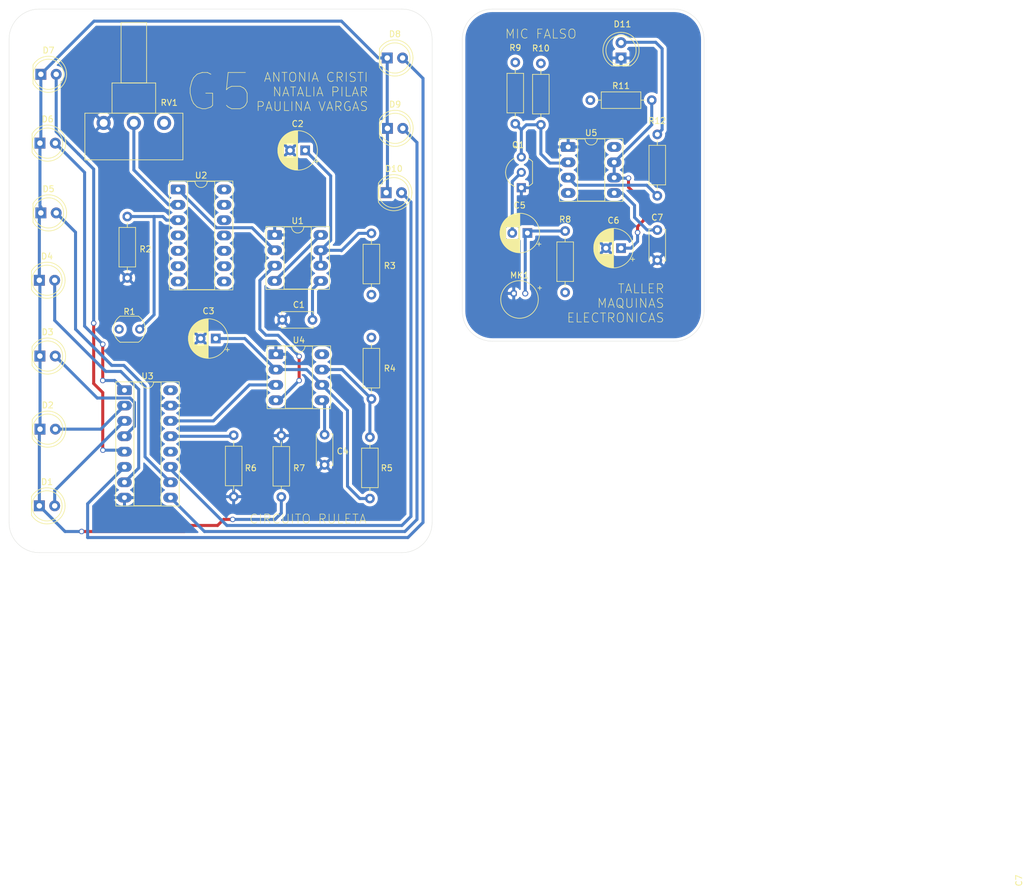
<source format=kicad_pcb>
(kicad_pcb (version 20241229) (generator "pcbnew") (generator_version "9.0")
  (layers (0 "F.Cu" signal) (2 "B.Cu" signal) (13 "F.Paste" user) (15 "B.Paste" user) (5 "F.SilkS" user "F.Silkscreen") (7 "B.SilkS" user "B.Silkscreen") (1 "F.Mask" user) (3 "B.Mask" user) (25 "Edge.Cuts" user))
  (net 0 "")
  (net 1 "Net-(U1-CV)")
  (net 2 "GND")
  (net 3 "Net-(U1-DIS)")
  (net 4 "Net-(U4-THR)")
  (net 5 "Net-(U4-CV)")
  (net 6 "Net-(MK1-+)")
  (net 7 "Net-(Q1-B)")
  (net 8 "Net-(U5-DIS)")
  (net 9 "Net-(U5-CV)")
  (net 10 "Net-(D2-A)")
  (net 11 "Net-(D1-A)")
  (net 12 "Net-(D3-A)")
  (net 13 "Net-(D4-A)")
  (net 14 "Net-(D5-A)")
  (net 15 "Net-(D6-A)")
  (net 16 "Net-(D7-A)")
  (net 17 "Net-(D8-A)")
  (net 18 "Net-(D9-A)")
  (net 19 "Net-(D10-A)")
  (net 20 "Net-(D11-A)")
  (net 21 "Net-(D1-K)")
  (net 22 "Net-(Q1-C)")
  (net 23 "Net-(U2A-+)")
  (net 24 "+9V")
  (net 25 "Net-(U1-TR)")
  (net 26 "Net-(U4-DIS)")
  (net 27 "Net-(U3-CKEN)")
  (net 28 "Net-(U5-Q)")
  (net 29 "Net-(U1-Q)")
  (net 30 "Net-(U2A--)")
  (net 32 "Net-(U3-CLK)")
  (footprint "LED_THT:LED_D5.0mm" (layer "F.Cu") (at 22.51 72.9)
    (property "Reference" "D4" (at 1.27 -3.96 0) (layer "F.SilkS"))
    (property "Value" "LED")
    (pad "1" thru_hole rect (at 0 0) (size 1.8 1.8) (drill 0.9) (layers "*.Cu" "*.Mask") (net 21 "Net-(D1-K)"))
    (pad "2" thru_hole circle (at 2.54 0) (size 1.8 1.8) (drill 0.9) (layers "*.Cu" "*.Mask") (net 13 "Net-(D4-A)"))
  )
  (footprint "Resistor_THT:R_Axial_DIN0207_L6.3mm_D2.5mm_P10.16mm_Horizontal" (layer "F.Cu") (at 77.45762 82.38 -90)
    (property "Reference" "R4" (at 5.12 -3.04238 180) (layer "F.SilkS"))
    (property "Value" "10k")
    (pad "1" thru_hole circle (at 0 0 270) (size 1.6 1.6) (drill 0.8) (layers "*.Cu" "*.Mask") (net 24 "+9V"))
    (pad "2" thru_hole oval (at 10.16 0 270) (size 1.6 1.6) (drill 0.8) (layers "*.Cu" "*.Mask") (net 26 "Net-(U4-DIS)"))
  )
  (footprint "Resistor_THT:R_Axial_DIN0207_L6.3mm_D2.5mm_P10.16mm_Horizontal" (layer "F.Cu") (at 101.264733 36.832233 -90)
    (property "Reference" "R9" (at -2.42 0 180) (layer "F.SilkS"))
    (property "Value" "1k")
    (pad "1" thru_hole circle (at 0 0 270) (size 1.6 1.6) (drill 0.8) (layers "*.Cu" "*.Mask") (net 24 "+9V"))
    (pad "2" thru_hole oval (at 10.16 0 270) (size 1.6 1.6) (drill 0.8) (layers "*.Cu" "*.Mask") (net 22 "Net-(Q1-C)"))
  )
  (footprint "Package_DIP:DIP-8_W7.62mm_Socket_LongPads" (layer "F.Cu") (at 61.64762 85.15)
    (property "Reference" "U4" (at 3.81 -2.33 0) (layer "F.SilkS"))
    (property "Value" "555")
    (pad "1" thru_hole roundrect (at 0 0) (size 2.4 1.6) (drill 0.8) (layers "*.Cu" "*.Mask") (roundrect_rratio 0.15625) (net 2 "GND"))
    (pad "2" thru_hole oval (at 0 2.54) (size 2.4 1.6) (drill 0.8) (layers "*.Cu" "*.Mask") (net 4 "Net-(U4-THR)"))
    (pad "3" thru_hole oval (at 0 5.08) (size 2.4 1.6) (drill 0.8) (layers "*.Cu" "*.Mask") (net 32 "Net-(U3-CLK)"))
    (pad "4" thru_hole oval (at 0 7.62) (size 2.4 1.6) (drill 0.8) (layers "*.Cu" "*.Mask") (net 29 "Net-(U1-Q)"))
    (pad "5" thru_hole oval (at 7.62 7.62) (size 2.4 1.6) (drill 0.8) (layers "*.Cu" "*.Mask") (net 5 "Net-(U4-CV)"))
    (pad "6" thru_hole oval (at 7.62 5.08) (size 2.4 1.6) (drill 0.8) (layers "*.Cu" "*.Mask") (net 4 "Net-(U4-THR)"))
    (pad "7" thru_hole oval (at 7.62 2.54) (size 2.4 1.6) (drill 0.8) (layers "*.Cu" "*.Mask") (net 26 "Net-(U4-DIS)"))
    (pad "8" thru_hole oval (at 7.62 0) (size 2.4 1.6) (drill 0.8) (layers "*.Cu" "*.Mask") (net 24 "+9V"))
  )
  (footprint "OptoDevice:R_LDR_5.1x4.3mm_P3.4mm_Vertical" (layer "F.Cu") (at 35.71762 81)
    (property "Reference" "R1" (at 1.7 -2.9 0) (layer "F.SilkS"))
    (property "Value" "R_Photo")
    (pad "1" thru_hole circle (at 0 0) (size 1.5 1.5) (drill 0.8) (layers "*.Cu" "*.Mask") (net 24 "+9V"))
    (pad "2" thru_hole circle (at 3.4 0) (size 1.5 1.5) (drill 0.8) (layers "*.Cu" "*.Mask") (net 23 "Net-(U2A-+)"))
  )
  (footprint "Resistor_THT:R_Axial_DIN0207_L6.3mm_D2.5mm_P10.16mm_Horizontal" (layer "F.Cu") (at 54.66762 98.57 -90)
    (property "Reference" "R6" (at 5.43 -2.83238 180) (layer "F.SilkS"))
    (property "Value" "100k")
    (pad "1" thru_hole circle (at 0 0 270) (size 1.6 1.6) (drill 0.8) (layers "*.Cu" "*.Mask") (net 27 "Net-(U3-CKEN)"))
    (pad "2" thru_hole oval (at 10.16 0 270) (size 1.6 1.6) (drill 0.8) (layers "*.Cu" "*.Mask") (net 2 "GND"))
  )
  (footprint "Resistor_THT:R_Axial_DIN0207_L6.3mm_D2.5mm_P10.16mm_Horizontal" (layer "F.Cu") (at 113.684733 43.082233)
    (property "Reference" "R11" (at 5.08 -2.37 0) (layer "F.SilkS"))
    (property "Value" "10k")
    (pad "1" thru_hole circle (at 0 0) (size 1.6 1.6) (drill 0.8) (layers "*.Cu" "*.Mask") (net 24 "+9V"))
    (pad "2" thru_hole oval (at 10.16 0) (size 1.6 1.6) (drill 0.8) (layers "*.Cu" "*.Mask") (net 8 "Net-(U5-DIS)"))
  )
  (footprint "LED_THT:LED_D5.0mm" (layer "F.Cu") (at 22.6 85.45)
    (property "Reference" "D3" (at 1.27 -3.96 0) (layer "F.SilkS"))
    (property "Value" "LED")
    (pad "1" thru_hole rect (at 0 0) (size 1.8 1.8) (drill 0.9) (layers "*.Cu" "*.Mask") (net 21 "Net-(D1-K)"))
    (pad "2" thru_hole circle (at 2.54 0) (size 1.8 1.8) (drill 0.9) (layers "*.Cu" "*.Mask") (net 12 "Net-(D3-A)"))
  )
  (footprint "Capacitor_THT:CP_Radial_D6.3mm_P2.50mm" (layer "F.Cu") (at 103.264733 65.082233 180)
    (property "Reference" "C5" (at 1.264733 4.582233 0) (layer "F.SilkS"))
    (property "Value" "1u")
    (pad "1" thru_hole rect (at 0 0 180) (size 1.6 1.6) (drill 0.8) (layers "*.Cu" "*.Mask") (net 6 "Net-(MK1-+)"))
    (pad "2" thru_hole circle (at 2.5 0 180) (size 1.6 1.6) (drill 0.8) (layers "*.Cu" "*.Mask") (net 7 "Net-(Q1-B)"))
  )
  (footprint "Package_DIP:DIP-8_W7.62mm_Socket_LongPads" (layer "F.Cu") (at 61.44762 65.4)
    (property "Reference" "U1" (at 3.81 -2.33 0) (layer "F.SilkS"))
    (property "Value" "555")
    (pad "1" thru_hole roundrect (at 0 0) (size 2.4 1.6) (drill 0.8) (layers "*.Cu" "*.Mask") (roundrect_rratio 0.15625) (net 2 "GND"))
    (pad "2" thru_hole oval (at 0 2.54) (size 2.4 1.6) (drill 0.8) (layers "*.Cu" "*.Mask") (net 25 "Net-(U1-TR)"))
    (pad "3" thru_hole oval (at 0 5.08) (size 2.4 1.6) (drill 0.8) (layers "*.Cu" "*.Mask") (net 29 "Net-(U1-Q)"))
    (pad "4" thru_hole oval (at 0 7.62) (size 2.4 1.6) (drill 0.8) (layers "*.Cu" "*.Mask") (net 24 "+9V"))
    (pad "5" thru_hole oval (at 7.62 7.62) (size 2.4 1.6) (drill 0.8) (layers "*.Cu" "*.Mask") (net 1 "Net-(U1-CV)"))
    (pad "6" thru_hole oval (at 7.62 5.08) (size 2.4 1.6) (drill 0.8) (layers "*.Cu" "*.Mask") (net 3 "Net-(U1-DIS)"))
    (pad "7" thru_hole oval (at 7.62 2.54) (size 2.4 1.6) (drill 0.8) (layers "*.Cu" "*.Mask") (net 3 "Net-(U1-DIS)"))
    (pad "8" thru_hole oval (at 7.62 0) (size 2.4 1.6) (drill 0.8) (layers "*.Cu" "*.Mask") (net 24 "+9V"))
  )
  (footprint "LED_THT:LED_D5.0mm" (layer "F.Cu") (at 80.075 36.1)
    (property "Reference" "D8" (at 1.27 -3.96 0) (layer "F.SilkS"))
    (property "Value" "LED")
    (pad "1" thru_hole rect (at 0 0) (size 1.8 1.8) (drill 0.9) (layers "*.Cu" "*.Mask") (net 21 "Net-(D1-K)"))
    (pad "2" thru_hole circle (at 2.54 0) (size 1.8 1.8) (drill 0.9) (layers "*.Cu" "*.Mask") (net 17 "Net-(D8-A)"))
  )
  (footprint "Resistor_THT:R_Axial_DIN0207_L6.3mm_D2.5mm_P10.16mm_Horizontal" (layer "F.Cu") (at 77.20762 98.88 -90)
    (property "Reference" "R5" (at 5.12 -2.79238 180) (layer "F.SilkS"))
    (property "Value" "10k")
    (pad "1" thru_hole circle (at 0 0 270) (size 1.6 1.6) (drill 0.8) (layers "*.Cu" "*.Mask") (net 26 "Net-(U4-DIS)"))
    (pad "2" thru_hole oval (at 10.16 0 270) (size 1.6 1.6) (drill 0.8) (layers "*.Cu" "*.Mask") (net 4 "Net-(U4-THR)"))
  )
  (footprint "LED_THT:LED_D5.0mm" (layer "F.Cu") (at 79.9 58.4)
    (property "Reference" "D10" (at 1.27 -3.96 0) (layer "F.SilkS"))
    (property "Value" "LED")
    (pad "1" thru_hole rect (at 0 0) (size 1.8 1.8) (drill 0.9) (layers "*.Cu" "*.Mask") (net 21 "Net-(D1-K)"))
    (pad "2" thru_hole circle (at 2.54 0) (size 1.8 1.8) (drill 0.9) (layers "*.Cu" "*.Mask") (net 19 "Net-(D10-A)"))
  )
  (footprint "Capacitor_THT:CP_Radial_D6.3mm_P2.50mm" (layer "F.Cu") (at 66.5 51.4 180)
    (property "Reference" "C2" (at 1.25 4.4 0) (layer "F.SilkS"))
    (property "Value" "100u")
    (pad "1" thru_hole rect (at 0 0 180) (size 1.6 1.6) (drill 0.8) (layers "*.Cu" "*.Mask") (net 3 "Net-(U1-DIS)"))
    (pad "2" thru_hole circle (at 2.5 0 180) (size 1.6 1.6) (drill 0.8) (layers "*.Cu" "*.Mask") (net 2 "GND"))
  )
  (footprint "Package_DIP:DIP-14_W7.62mm_Socket_LongPads" (layer "F.Cu") (at 45.46762 57.87)
    (property "Reference" "U2" (at 3.81 -2.33 0) (layer "F.SilkS"))
    (property "Value" "LM324")
    (pad "1" thru_hole roundrect (at 0 0) (size 2.4 1.6) (drill 0.8) (layers "*.Cu" "*.Mask") (roundrect_rratio 0.15625) (net 25 "Net-(U1-TR)"))
    (pad "2" thru_hole oval (at 0 2.54) (size 2.4 1.6) (drill 0.8) (layers "*.Cu" "*.Mask") (net 30 "Net-(U2A--)"))
    (pad "3" thru_hole oval (at 0 5.08) (size 2.4 1.6) (drill 0.8) (layers "*.Cu" "*.Mask") (net 23 "Net-(U2A-+)"))
    (pad "4" thru_hole oval (at 0 7.62) (size 2.4 1.6) (drill 0.8) (layers "*.Cu" "*.Mask"))
    (pad "5" thru_hole oval (at 0 10.16) (size 2.4 1.6) (drill 0.8) (layers "*.Cu" "*.Mask"))
    (pad "6" thru_hole oval (at 0 12.7) (size 2.4 1.6) (drill 0.8) (layers "*.Cu" "*.Mask"))
    (pad "7" thru_hole oval (at 0 15.24) (size 2.4 1.6) (drill 0.8) (layers "*.Cu" "*.Mask"))
    (pad "8" thru_hole oval (at 7.62 15.24) (size 2.4 1.6) (drill 0.8) (layers "*.Cu" "*.Mask"))
    (pad "9" thru_hole oval (at 7.62 12.7) (size 2.4 1.6) (drill 0.8) (layers "*.Cu" "*.Mask"))
    (pad "10" thru_hole oval (at 7.62 10.16) (size 2.4 1.6) (drill 0.8) (layers "*.Cu" "*.Mask"))
    (pad "11" thru_hole oval (at 7.62 7.62) (size 2.4 1.6) (drill 0.8) (layers "*.Cu" "*.Mask"))
    (pad "12" thru_hole oval (at 7.62 5.08) (size 2.4 1.6) (drill 0.8) (layers "*.Cu" "*.Mask"))
    (pad "13" thru_hole oval (at 7.62 2.54) (size 2.4 1.6) (drill 0.8) (layers "*.Cu" "*.Mask"))
    (pad "14" thru_hole oval (at 7.62 0) (size 2.4 1.6) (drill 0.8) (layers "*.Cu" "*.Mask"))
  )
  (footprint "LED_THT:LED_D5.0mm" (layer "F.Cu") (at 22.625 97.55)
    (property "Reference" "D2" (at 1.27 -3.96 0) (layer "F.SilkS"))
    (property "Value" "LED")
    (pad "1" thru_hole rect (at 0 0) (size 1.8 1.8) (drill 0.9) (layers "*.Cu" "*.Mask") (net 21 "Net-(D1-K)"))
    (pad "2" thru_hole circle (at 2.54 0) (size 1.8 1.8) (drill 0.9) (layers "*.Cu" "*.Mask") (net 10 "Net-(D2-A)"))
  )
  (footprint "Capacitor_THT:C_Disc_D5.0mm_W2.5mm_P5.00mm" (layer "F.Cu") (at 69.70762 98.46 -90)
    (property "Reference" "C4" (at 2.75 -3 180) (layer "F.SilkS"))
    (property "Value" "474")
    (pad "1" thru_hole circle (at 0 0 270) (size 1.6 1.6) (drill 0.8) (layers "*.Cu" "*.Mask") (net 5 "Net-(U4-CV)"))
    (pad "2" thru_hole circle (at 5 0 270) (size 1.6 1.6) (drill 0.8) (layers "*.Cu" "*.Mask") (net 2 "GND"))
  )
  (footprint "Package_TO_SOT_THT:TO-92_Inline_Wide" (layer "F.Cu") (at 102.264733 57.582233 90)
    (property "Reference" "Q1" (at 7.082233 -0.514733 180) (layer "F.SilkS"))
    (property "Value" "PN2222A")
    (pad "1" thru_hole rect (at 0 0 90) (size 1.5 1.5) (drill 0.8) (layers "*.Cu" "*.Mask") (net 2 "GND"))
    (pad "2" thru_hole circle (at 2.54 0 90) (size 1.5 1.5) (drill 0.8) (layers "*.Cu" "*.Mask") (net 7 "Net-(Q1-B)"))
    (pad "3" thru_hole circle (at 5.08 0 90) (size 1.5 1.5) (drill 0.8) (layers "*.Cu" "*.Mask") (net 22 "Net-(Q1-C)"))
  )
  (footprint "LED_THT:LED_D5.0mm" (layer "F.Cu") (at 22.76 61.75)
    (property "Reference" "D5" (at 1.27 -3.96 0) (layer "F.SilkS"))
    (property "Value" "LED")
    (pad "1" thru_hole rect (at 0 0) (size 1.8 1.8) (drill 0.9) (layers "*.Cu" "*.Mask") (net 21 "Net-(D1-K)"))
    (pad "2" thru_hole circle (at 2.54 0) (size 1.8 1.8) (drill 0.9) (layers "*.Cu" "*.Mask") (net 14 "Net-(D5-A)"))
  )
  (footprint "Capacitor_THT:CP_Radial_D6.3mm_P2.50mm" (layer "F.Cu") (at 118.764733 67.582233 180)
    (property "Reference" "C6" (at 1.25 4.582233 0) (layer "F.SilkS"))
    (property "Value" "1u")
    (pad "1" thru_hole rect (at 0 0 180) (size 1.6 1.6) (drill 0.8) (layers "*.Cu" "*.Mask") (net 8 "Net-(U5-DIS)"))
    (pad "2" thru_hole circle (at 2.5 0 180) (size 1.6 1.6) (drill 0.8) (layers "*.Cu" "*.Mask") (net 2 "GND"))
  )
  (footprint "LED_THT:LED_D5.0mm" (layer "F.Cu") (at 22.51 110.25)
    (property "Reference" "D1" (at 1.27 -3.96 0) (layer "F.SilkS"))
    (property "Value" "LED")
    (pad "1" thru_hole rect (at 0 0) (size 1.8 1.8) (drill 0.9) (layers "*.Cu" "*.Mask") (net 21 "Net-(D1-K)"))
    (pad "2" thru_hole circle (at 2.54 0) (size 1.8 1.8) (drill 0.9) (layers "*.Cu" "*.Mask") (net 11 "Net-(D1-A)"))
  )
  (footprint "Potentiometer_THT:Potentiometer_Piher_T-16H_Single_Horizontal" (layer "F.Cu") (at 43.15 46.85 90)
    (property "Reference" "RV1" (at 3.35 0.85 0) (layer "F.SilkS"))
    (property "Value" "500k")
    (pad "1" thru_hole circle (at 0 0 90) (size 2.34 2.34) (drill 1.3) (layers "*.Cu" "*.Mask") (net 24 "+9V"))
    (pad "2" thru_hole circle (at 0 -5 90) (size 2.34 2.34) (drill 1.3) (layers "*.Cu" "*.Mask") (net 30 "Net-(U2A--)"))
    (pad "3" thru_hole circle (at 0 -10 90) (size 2.34 2.34) (drill 1.3) (layers "*.Cu" "*.Mask") (net 2 "GND"))
  )
  (footprint "LED_THT:LED_D5.0mm" (layer "F.Cu") (at 118.764733 36.107233 90)
    (property "Reference" "D11" (at 5.607233 0.235267 180) (layer "F.SilkS"))
    (property "Value" "LED")
    (pad "1" thru_hole rect (at 0 0 90) (size 1.8 1.8) (drill 0.9) (layers "*.Cu" "*.Mask") (net 2 "GND"))
    (pad "2" thru_hole circle (at 2.54 0 90) (size 1.8 1.8) (drill 0.9) (layers "*.Cu" "*.Mask") (net 20 "Net-(D11-A)"))
  )
  (footprint "Resistor_THT:R_Axial_DIN0207_L6.3mm_D2.5mm_P10.16mm_Horizontal" (layer "F.Cu") (at 37.06762 72.51 90)
    (property "Reference" "R2" (at 4.75 3 180) (layer "F.SilkS"))
    (property "Value" "10k")
    (pad "1" thru_hole circle (at 0 0 90) (size 1.6 1.6) (drill 0.8) (layers "*.Cu" "*.Mask") (net 2 "GND"))
    (pad "2" thru_hole oval (at 10.16 0 90) (size 1.6 1.6) (drill 0.8) (layers "*.Cu" "*.Mask") (net 23 "Net-(U2A-+)"))
  )
  (footprint "Sensor_Audio:POM-2244P-C3310-2-R" (layer "F.Cu") (at 101.014733 75.082233)
    (property "Reference" "MK1" (at 0.95 -3 0) (layer "F.SilkS"))
    (property "Value" "Mic electret")
    (pad "1" thru_hole roundrect (at 0 0) (size 1 1) (drill 0.65) (layers "*.Cu" "*.Mask") (net 2 "GND"))
    (pad "2" thru_hole circle (at 1.9 0) (size 1 1) (drill 0.65) (layers "*.Cu" "*.Mask") (net 6 "Net-(MK1-+)"))
  )
  (footprint "Resistor_THT:R_Axial_DIN0207_L6.3mm_D2.5mm_P10.16mm_Horizontal" (layer "F.Cu") (at 109.514733 74.912233 90)
    (property "Reference" "R8" (at 12.08 0 180) (layer "F.SilkS"))
    (property "Value" "10k")
    (pad "1" thru_hole circle (at 0 0 90) (size 1.6 1.6) (drill 0.8) (layers "*.Cu" "*.Mask") (net 24 "+9V"))
    (pad "2" thru_hole oval (at 10.16 0 90) (size 1.6 1.6) (drill 0.8) (layers "*.Cu" "*.Mask") (net 6 "Net-(MK1-+)"))
  )
  (footprint "Resistor_THT:R_Axial_DIN0207_L6.3mm_D2.5mm_P10.16mm_Horizontal" (layer "F.Cu") (at 105.5 37 -90)
    (property "Reference" "R10" (at -2.5 0 0) (layer "F.SilkS"))
    (property "Value" "10k")
    (pad "1" thru_hole circle (at 0 0 270) (size 1.6 1.6) (drill 0.8) (layers "*.Cu" "*.Mask") (net 24 "+9V"))
    (pad "2" thru_hole oval (at 10.16 0 270) (size 1.6 1.6) (drill 0.8) (layers "*.Cu" "*.Mask") (net 22 "Net-(Q1-C)"))
  )
  (footprint "Capacitor_THT:C_Disc_D5.0mm_W2.5mm_P5.00mm" (layer "F.Cu") (at 67.70762 79.46 180)
    (property "Reference" "C1" (at 2.25 2.5 0) (layer "F.SilkS"))
    (property "Value" "474")
    (pad "1" thru_hole circle (at 0 0 180) (size 1.6 1.6) (drill 0.8) (layers "*.Cu" "*.Mask") (net 1 "Net-(U1-CV)"))
    (pad "2" thru_hole circle (at 5 0 180) (size 1.6 1.6) (drill 0.8) (layers "*.Cu" "*.Mask") (net 2 "GND"))
  )
  (footprint "LED_THT:LED_D5.0mm" (layer "F.Cu") (at 22.76 38.8)
    (property "Reference" "D7" (at 1.27 -3.96 0) (layer "F.SilkS"))
    (property "Value" "LED")
    (pad "1" thru_hole rect (at 0 0) (size 1.8 1.8) (drill 0.9) (layers "*.Cu" "*.Mask") (net 21 "Net-(D1-K)"))
    (pad "2" thru_hole circle (at 2.54 0) (size 1.8 1.8) (drill 0.9) (layers "*.Cu" "*.Mask") (net 16 "Net-(D7-A)"))
  )
  (footprint "Capacitor_THT:C_Disc_D5.0mm_W2.5mm_P5.00mm" (layer "F.Cu") (at 124.764733 64.582233 -90)
    (property "Reference" "C7" (at 107.7 -59.85 90) (layer "F.SilkS"))
    (property "Value" "474")
    (pad "1" thru_hole circle (at 0 0 270) (size 1.6 1.6) (drill 0.8) (layers "*.Cu" "*.Mask") (net 9 "Net-(U5-CV)"))
    (pad "2" thru_hole circle (at 5 0 270) (size 1.6 1.6) (drill 0.8) (layers "*.Cu" "*.Mask") (net 2 "GND"))
  )
  (footprint "Package_DIP:DIP-16_W7.62mm_Socket_LongPads" (layer "F.Cu") (at 36.59762 91.11)
    (property "Reference" "U3" (at 3.81 -2.33 0) (layer "F.SilkS"))
    (property "Value" "4017")
    (pad "1" thru_hole roundrect (at 0 0) (size 2.4 1.6) (drill 0.8) (layers "*.Cu" "*.Mask") (roundrect_rratio 0.15625) (net 15 "Net-(D6-A)"))
    (pad "2" thru_hole oval (at 0 2.54) (size 2.4 1.6) (drill 0.8) (layers "*.Cu" "*.Mask") (net 10 "Net-(D2-A)"))
    (pad "3" thru_hole oval (at 0 5.08) (size 2.4 1.6) (drill 0.8) (layers "*.Cu" "*.Mask") (net 11 "Net-(D1-A)"))
    (pad "4" thru_hole oval (at 0 7.62) (size 2.4 1.6) (drill 0.8) (layers "*.Cu" "*.Mask") (net 12 "Net-(D3-A)"))
    (pad "5" thru_hole oval (at 0 10.16) (size 2.4 1.6) (drill 0.8) (layers "*.Cu" "*.Mask") (net 16 "Net-(D7-A)"))
    (pad "6" thru_hole oval (at 0 12.7) (size 2.4 1.6) (drill 0.8) (layers "*.Cu" "*.Mask") (net 17 "Net-(D8-A)"))
    (pad "7" thru_hole oval (at 0 15.24) (size 2.4 1.6) (drill 0.8) (layers "*.Cu" "*.Mask") (net 13 "Net-(D4-A)"))
    (pad "8" thru_hole oval (at 0 17.78) (size 2.4 1.6) (drill 0.8) (layers "*.Cu" "*.Mask") (net 2 "GND"))
    (pad "9" thru_hole oval (at 7.62 17.78) (size 2.4 1.6) (drill 0.8) (layers "*.Cu" "*.Mask") (net 18 "Net-(D9-A)"))
    (pad "10" thru_hole oval (at 7.62 15.24) (size 2.4 1.6) (drill 0.8) (layers "*.Cu" "*.Mask") (net 14 "Net-(D5-A)"))
    (pad "11" thru_hole oval (at 7.62 12.7) (size 2.4 1.6) (drill 0.8) (layers "*.Cu" "*.Mask") (net 19 "Net-(D10-A)"))
    (pad "12" thru_hole oval (at 7.62 10.16) (size 2.4 1.6) (drill 0.8) (layers "*.Cu" "*.Mask"))
    (pad "13" thru_hole oval (at 7.62 7.62) (size 2.4 1.6) (drill 0.8) (layers "*.Cu" "*.Mask") (net 27 "Net-(U3-CKEN)"))
    (pad "14" thru_hole oval (at 7.62 5.08) (size 2.4 1.6) (drill 0.8) (layers "*.Cu" "*.Mask") (net 32 "Net-(U3-CLK)"))
    (pad "15" thru_hole oval (at 7.62 2.54) (size 2.4 1.6) (drill 0.8) (layers "*.Cu" "*.Mask") (net 2 "GND"))
    (pad "16" thru_hole oval (at 7.62 0) (size 2.4 1.6) (drill 0.8) (layers "*.Cu" "*.Mask") (net 24 "+9V"))
  )
  (footprint "Package_DIP:DIP-8_W7.62mm_Socket_LongPads" (layer "F.Cu") (at 110.014733 50.832233)
    (property "Reference" "U5" (at 3.81 -2.33 0) (layer "F.SilkS"))
    (property "Value" "555")
    (pad "1" thru_hole roundrect (at 0 0) (size 2.4 1.6) (drill 0.8) (layers "*.Cu" "*.Mask") (roundrect_rratio 0.15625) (net 2 "GND"))
    (pad "2" thru_hole oval (at 0 2.54) (size 2.4 1.6) (drill 0.8) (layers "*.Cu" "*.Mask") (net 22 "Net-(Q1-C)"))
    (pad "3" thru_hole oval (at 0 5.08) (size 2.4 1.6) (drill 0.8) (layers "*.Cu" "*.Mask") (net 28 "Net-(U5-Q)"))
    (pad "4" thru_hole oval (at 0 7.62) (size 2.4 1.6) (drill 0.8) (layers "*.Cu" "*.Mask") (net 24 "+9V"))
    (pad "5" thru_hole oval (at 7.62 7.62) (size 2.4 1.6) (drill 0.8) (layers "*.Cu" "*.Mask") (net 9 "Net-(U5-CV)"))
    (pad "6" thru_hole oval (at 7.62 5.08) (size 2.4 1.6) (drill 0.8) (layers "*.Cu" "*.Mask") (net 8 "Net-(U5-DIS)"))
    (pad "7" thru_hole oval (at 7.62 2.54) (size 2.4 1.6) (drill 0.8) (layers "*.Cu" "*.Mask") (net 8 "Net-(U5-DIS)"))
    (pad "8" thru_hole oval (at 7.62 0) (size 2.4 1.6) (drill 0.8) (layers "*.Cu" "*.Mask") (net 24 "+9V"))
  )
  (footprint "Resistor_THT:R_Axial_DIN0207_L6.3mm_D2.5mm_P10.16mm_Horizontal" (layer "F.Cu") (at 124.764733 58.912233 90)
    (property "Reference" "R12" (at 12.412233 -0.014733 180) (layer "F.SilkS"))
    (property "Value" "1k")
    (pad "1" thru_hole circle (at 0 0 90) (size 1.6 1.6) (drill 0.8) (layers "*.Cu" "*.Mask") (net 28 "Net-(U5-Q)"))
    (pad "2" thru_hole oval (at 10.16 0 90) (size 1.6 1.6) (drill 0.8) (layers "*.Cu" "*.Mask") (net 20 "Net-(D11-A)"))
  )
  (footprint "Resistor_THT:R_Axial_DIN0207_L6.3mm_D2.5mm_P10.16mm_Horizontal" (layer "F.Cu") (at 62.55 108.78 90)
    (property "Reference" "R7" (at 4.78 2.95 180) (layer "F.SilkS"))
    (property "Value" "1k")
    (pad "1" thru_hole circle (at 0 0 90) (size 1.6 1.6) (drill 0.8) (layers "*.Cu" "*.Mask") (net 21 "Net-(D1-K)"))
    (pad "2" thru_hole oval (at 10.16 0 90) (size 1.6 1.6) (drill 0.8) (layers "*.Cu" "*.Mask") (net 2 "GND"))
  )
  (footprint "LED_THT:LED_D5.0mm" (layer "F.Cu") (at 80.11 47.75)
    (property "Reference" "D9" (at 1.27 -3.96 0) (layer "F.SilkS"))
    (property "Value" "LED")
    (pad "1" thru_hole rect (at 0 0) (size 1.8 1.8) (drill 0.9) (layers "*.Cu" "*.Mask") (net 21 "Net-(D1-K)"))
    (pad "2" thru_hole circle (at 2.54 0) (size 1.8 1.8) (drill 0.9) (layers "*.Cu" "*.Mask") (net 18 "Net-(D9-A)"))
  )
  (footprint "LED_THT:LED_D5.0mm" (layer "F.Cu") (at 22.61 50.2)
    (property "Reference" "D6" (at 1.27 -3.96 0) (layer "F.SilkS"))
    (property "Value" "LED")
    (pad "1" thru_hole rect (at 0 0) (size 1.8 1.8) (drill 0.9) (layers "*.Cu" "*.Mask") (net 21 "Net-(D1-K)"))
    (pad "2" thru_hole circle (at 2.54 0) (size 1.8 1.8) (drill 0.9) (layers "*.Cu" "*.Mask") (net 15 "Net-(D6-A)"))
  )
  (footprint "Resistor_THT:R_Axial_DIN0207_L6.3mm_D2.5mm_P10.16mm_Horizontal" (layer "F.Cu") (at 77.45762 75.29 90)
    (property "Reference" "R3" (at 4.79 3.04238 180) (layer "F.SilkS"))
    (property "Value" "10k")
    (pad "1" thru_hole circle (at 0 0 90) (size 1.6 1.6) (drill 0.8) (layers "*.Cu" "*.Mask") (net 24 "+9V"))
    (pad "2" thru_hole oval (at 10.16 0 90) (size 1.6 1.6) (drill 0.8) (layers "*.Cu" "*.Mask") (net 3 "Net-(U1-DIS)"))
  )
  (footprint "Capacitor_THT:CP_Radial_D6.3mm_P2.50mm" (layer "F.Cu") (at 51.7 82.55 180)
    (property "Reference" "C3" (at 1.2 4.55 0) (layer "F.SilkS"))
    (property "Value" "1u")
    (pad "1" thru_hole rect (at 0 0 180) (size 1.6 1.6) (drill 0.8) (layers "*.Cu" "*.Mask") (net 4 "Net-(U4-THR)"))
    (pad "2" thru_hole circle (at 2.5 0 180) (size 1.6 1.6) (drill 0.8) (layers "*.Cu" "*.Mask") (net 2 "GND"))
  )
  (gr_arc (start 82.5 28) (mid 86.035534 29.464466) (end 87.5 33) (stroke (width 0.05)) (layer "Edge.Cuts"))
  (gr_line (start 127.5 83) (end 97.5 83) (stroke (width 0.05)) (layer "Edge.Cuts"))
  (gr_line (start 132.5 33) (end 132.5 78) (stroke (width 0.05)) (layer "Edge.Cuts"))
  (gr_line (start 92.5 78) (end 92.5 33) (stroke (width 0.05)) (layer "Edge.Cuts"))
  (gr_arc (start 87.5 113) (mid 86.035534 116.535534) (end 82.5 118) (stroke (width 0.05)) (layer "Edge.Cuts"))
  (gr_arc (start 17.5 33) (mid 18.964466 29.464466) (end 22.5 28) (stroke (width 0.05)) (layer "Edge.Cuts"))
  (gr_arc (start 97.5 83) (mid 93.964466 81.535534) (end 92.5 78) (stroke (width 0.05)) (layer "Edge.Cuts"))
  (gr_line (start 87.5 33) (end 87.5 113) (stroke (width 0.05)) (layer "Edge.Cuts"))
  (gr_line (start 22.5 28) (end 82.5 28) (stroke (width 0.05)) (layer "Edge.Cuts"))
  (gr_arc (start 132.5 78) (mid 131.035534 81.535534) (end 127.5 83) (stroke (width 0.05)) (layer "Edge.Cuts"))
  (gr_line (start 82.5 118) (end 22.5 118) (stroke (width 0.05)) (layer "Edge.Cuts"))
  (gr_arc (start 127.5 28) (mid 131.035534 29.464466) (end 132.5 33) (stroke (width 0.05)) (layer "Edge.Cuts"))
  (gr_arc (start 22.5 118) (mid 18.964466 116.535534) (end 17.5 113) (stroke (width 0.05)) (layer "Edge.Cuts"))
  (gr_line (start 17.5 113) (end 17.5 33) (stroke (width 0.05)) (layer "Edge.Cuts"))
  (gr_arc (start 92.5 33) (mid 93.964466 29.464466) (end 97.5 28) (stroke (width 0.05)) (layer "Edge.Cuts"))
  (gr_line (start 97.5 28) (end 127.5 28) (stroke (width 0.05)) (layer "Edge.Cuts"))
  (gr_text "G5" (at 46.26 45.24 0) (layer "F.SilkS") (effects (font (size 6 6) (thickness 0.1)) (justify left bottom)))
  (gr_text "C7" (at 124.75 62.5 0) (layer "F.SilkS") (effects (font (size 1 1))))
  (gr_text "CIRCUITO RULETA" (at 57.18 113.295 0) (layer "F.SilkS") (effects (font (size 1.5 1.5) (thickness 0.1)) (justify left bottom)))
  (gr_text "MIC FALSO" (at 99.5 33 0) (layer "F.SilkS") (effects (font (size 1.5 1.5) (thickness 0.1)) (justify left bottom)))
  (gr_text "TALLER\nMAQUINAS\nELECTRONICAS" (at 126 80 0) (layer "F.SilkS") (effects (font (size 1.5 1.5) (thickness 0.1)) (justify right bottom)))
  (gr_text "ANTONIA CRISTI\nNATALIA PILAR\nPAULINA VARGAS" (at 77 45 0) (layer "F.SilkS") (effects (font (size 1.5 1.5) (thickness 0.1)) (justify right bottom)))
  (segment (start 67.70762 74.38) (end 69.06762 73.02) (width 0.5) (layer "B.Cu") (net 1))
  (segment (start 67.70762 79.46) (end 67.70762 74.38) (width 0.5) (layer "B.Cu") (net 1))
  (segment (start 66.5 51.4) (end 70.71862 55.61862) (width 0.5) (layer "B.Cu") (net 3))
  (segment (start 75.37 65.13) (end 72.5 68) (width 0.5) (layer "B.Cu") (net 3))
  (segment (start 77.45762 65.13) (end 75.37 65.13) (width 0.5) (layer "B.Cu") (net 3))
  (segment (start 70.71862 66.289) (end 69.06762 67.94) (width 0.5) (layer "B.Cu") (net 3))
  (segment (start 72.44 67.94) (end 69.06762 67.94) (width 0.5) (layer "B.Cu") (net 3))
  (segment (start 72.5 68) (end 72.44 67.94) (width 0.5) (layer "B.Cu") (net 3))
  (segment (start 70.71862 55.61862) (end 70.71862 66.289) (width 0.5) (layer "B.Cu") (net 3))
  (segment (start 69.06762 67.94) (end 69.06762 70.48) (width 0.5) (layer "B.Cu") (net 3))
  (segment (start 66.72762 87.69) (end 69.26762 90.23) (width 0.5) (layer "B.Cu") (net 4))
  (segment (start 61.64762 87.69) (end 66.72762 87.69) (width 0.5) (layer "B.Cu") (net 4))
  (segment (start 75.54 109.04) (end 77.20762 109.04) (width 0.5) (layer "B.Cu") (net 4))
  (segment (start 73.5 94.46238) (end 73.5 107) (width 0.5) (layer "B.Cu") (net 4))
  (segment (start 56.50762 82.55) (end 61.64762 87.69) (width 0.5) (layer "B.Cu") (net 4))
  (segment (start 51.7 82.55) (end 56.50762 82.55) (width 0.5) (layer "B.Cu") (net 4))
  (segment (start 69.26762 90.23) (end 73.5 94.46238) (width 0.5) (layer "B.Cu") (net 4))
  (segment (start 73.5 107) (end 75.54 109.04) (width 0.5) (layer "B.Cu") (net 4))
  (segment (start 69.70762 98.46) (end 69.70762 93.21) (width 0.5) (layer "B.Cu") (net 5))
  (segment (start 69.70762 93.21) (end 69.26762 92.77) (width 0.5) (layer "B.Cu") (net 5))
  (segment (start 103.594733 64.752233) (end 103.264733 65.082233) (width 0.5) (layer "B.Cu") (net 6))
  (segment (start 102.914733 65.432233) (end 103.264733 65.082233) (width 0.5) (layer "B.Cu") (net 6))
  (segment (start 109.514733 64.752233) (end 103.594733 64.752233) (width 0.5) (layer "B.Cu") (net 6))
  (segment (start 102.914733 75.082233) (end 102.914733 65.432233) (width 0.5) (layer "B.Cu") (net 6))
  (segment (start 100.764733 56.542233) (end 102.264733 55.042233) (width 0.5) (layer "B.Cu") (net 7))
  (segment (start 100.764733 65.082233) (end 100.764733 56.542233) (width 0.5) (layer "B.Cu") (net 7))
  (segment (start 121.5 64) (end 122.5 63) (width 0.5) (layer "F.Cu") (net 8))
  (segment (start 122.5 63) (end 122.5 60) (width 0.5) (layer "F.Cu") (net 8))
  (segment (start 122.5 60) (end 120 57.5) (width 0.5) (layer "F.Cu") (net 8))
  (segment (start 120 57.5) (end 120 56) (width 0.5) (layer "F.Cu") (net 8))
  (segment (start 121.5 65) (end 121.5 64) (width 0.5) (layer "F.Cu") (net 8))
  (via (at 121.5 65) (size 0.9) (drill 0.6) (layers "F.Cu" "B.Cu") (net 8))
  (via (at 120 56) (size 0.9) (drill 0.6) (layers "F.Cu" "B.Cu") (net 8))
  (segment (start 121.5 66.5) (end 121.5 65) (width 0.5) (layer "B.Cu") (net 8))
  (segment (start 117.7225 56) (end 117.634733 55.912233) (width 0.5) (layer "B.Cu") (net 8))
  (segment (start 117.634733 53.372233) (end 117.634733 55.912233) (width 0.5) (layer "B.Cu") (net 8))
  (segment (start 123.844733 47.162233) (end 117.634733 53.372233) (width 0.5) (layer "B.Cu") (net 8))
  (segment (start 118.764733 67.582233) (end 120.417767 67.582233) (width 0.5) (layer "B.Cu") (net 8))
  (segment (start 120 56) (end 117.7225 56) (width 0.5) (layer "B.Cu") (net 8))
  (segment (start 123.844733 43.082233) (end 123.844733 47.162233) (width 0.5) (layer "B.Cu") (net 8))
  (segment (start 120.417767 67.582233) (end 121.5 66.5) (width 0.5) (layer "B.Cu") (net 8))
  (segment (start 123.082233 64.582233) (end 124.764733 64.582233) (width 0.5) (layer "B.Cu") (net 9))
  (segment (start 117.634733 58.452233) (end 118.952233 58.452233) (width 0.5) (layer "B.Cu") (net 9))
  (segment (start 118.952233 58.452233) (end 121 60.5) (width 0.5) (layer "B.Cu") (net 9))
  (segment (start 121 60.5) (end 121 62.5) (width 0.5) (layer "B.Cu") (net 9))
  (segment (start 121 62.5) (end 123.082233 64.582233) (width 0.5) (layer "B.Cu") (net 9))
  (segment (start 32.69762 97.55) (end 36.59762 93.65) (width 0.5) (layer "B.Cu") (net 10))
  (segment (start 25.165 97.55) (end 32.69762 97.55) (width 0.5) (layer "B.Cu") (net 10))
  (segment (start 25.05 110.25) (end 25.05 107.73762) (width 0.5) (layer "B.Cu") (net 11))
  (segment (start 25.05 107.73762) (end 36.59762 96.19) (width 0.5) (layer "B.Cu") (net 11))
  (segment (start 32.089 92.399) (end 37.515801 92.399) (width 0.5) (layer "B.Cu") (net 12))
  (segment (start 38.24862 97.079) (end 36.59762 98.73) (width 0.5) (layer "B.Cu") (net 12))
  (segment (start 37.515801 92.399) (end 38.24862 93.131819) (width 0.5) (layer "B.Cu") (net 12))
  (segment (start 38.24862 93.131819) (end 38.24862 97.079) (width 0.5) (layer "B.Cu") (net 12))
  (segment (start 25.14 85.45) (end 32.089 92.399) (width 0.5) (layer "B.Cu") (net 12))
  (segment (start 38.94962 90.963708) (end 38.94962 103.998) (width 0.5) (layer "B.Cu") (net 13))
  (segment (start 25.05 72.9) (end 25.05 79.55) (width 0.5) (layer "B.Cu") (net 13))
  (segment (start 25.05 79.55) (end 33.5 88) (width 0.5) (layer "B.Cu") (net 13))
  (segment (start 33.5 88) (end 35.985912 88) (width 0.5) (layer "B.Cu") (net 13))
  (segment (start 38.94962 103.998) (end 36.59762 106.35) (width 0.5) (layer "B.Cu") (net 13))
  (segment (start 35.985912 88) (end 38.94962 90.963708) (width 0.5) (layer "B.Cu") (net 13))
  (segment (start 28.5 64.95) (end 28.5 81) (width 0.5) (layer "B.Cu") (net 14))
  (segment (start 40 90.5) (end 40 102.13238) (width 0.5) (layer "B.Cu") (net 14))
  (segment (start 34.5 87) (end 36.5 87) (width 0.5) (layer "B.Cu") (net 14))
  (segment (start 36.5 87) (end 40 90.5) (width 0.5) (layer "B.Cu") (net 14))
  (segment (start 28.5 81) (end 34.5 87) (width 0.5) (layer "B.Cu") (net 14))
  (segment (start 25.3 61.75) (end 28.5 64.95) (width 0.5) (layer "B.Cu") (net 14))
  (segment (start 40 102.13238) (end 44.21762 106.35) (width 0.5) (layer "B.Cu") (net 14))
  (segment (start 33 83.5) (end 33 89.5) (width 0.5) (layer "F.Cu") (net 15))
  (via (at 33 89.5) (size 0.9) (drill 0.6) (layers "F.Cu" "B.Cu") (net 15))
  (via (at 33 83.5) (size 0.9) (drill 0.6) (layers "F.Cu" "B.Cu") (net 15))
  (segment (start 33 89.5) (end 34.98762 89.5) (width 0.5) (layer "B.Cu") (net 15))
  (segment (start 25.15 50.2) (end 30 55.05) (width 0.5) (layer "B.Cu") (net 15))
  (segment (start 34.98762 89.5) (end 36.59762 91.11) (width 0.5) (layer "B.Cu") (net 15))
  (segment (start 30 80.5) (end 33 83.5) (width 0.5) (layer "B.Cu") (net 15))
  (segment (start 30 55.05) (end 30 80.5) (width 0.5) (layer "B.Cu") (net 15))
  (segment (start 31.5 90) (end 33 91.5) (width 0.5) (layer "F.Cu") (net 16))
  (segment (start 33 101) (end 33.030207 101.030207) (width 0.5) (layer "F.Cu") (net 16))
  (segment (start 31.5 80) (end 31.5 90) (width 0.5) (layer "F.Cu") (net 16))
  (segment (start 33 91.5) (end 33 101) (width 0.5) (layer "F.Cu") (net 16))
  (via (at 31.5 80) (size 0.9) (drill 0.6) (layers "F.Cu" "B.Cu") (net 16))
  (via (at 33.030207 101.030207) (size 0.9) (drill 0.6) (layers "F.Cu" "B.Cu") (net 16))
  (segment (start 25.3 48.3) (end 29 52) (width 0.5) (layer "B.Cu") (net 16))
  (segment (start 25.3 38.8) (end 25.3 48.3) (width 0.5) (layer "B.Cu") (net 16))
  (segment (start 36.357827 101.030207) (end 36.59762 101.27) (width 0.5) (layer "B.Cu") (net 16))
  (segment (start 31.5 54.5) (end 31.5 80) (width 0.5) (layer "B.Cu") (net 16))
  (segment (start 29 52) (end 31.5 54.5) (width 0.5) (layer "B.Cu") (net 16))
  (segment (start 33.030207 101.030207) (end 36.357827 101.030207) (width 0.5) (layer "B.Cu") (net 16))
  (segment (start 86 113) (end 83.5 115.5) (width 0.5) (layer "B.Cu") (net 17))
  (segment (start 86 39.485) (end 86 113) (width 0.5) (layer "B.Cu") (net 17))
  (segment (start 82.615 36.1) (end 86 39.485) (width 0.5) (layer "B.Cu") (net 17))
  (segment (start 83.5 115.5) (end 30.5 115.5) (width 0.5) (layer "B.Cu") (net 17))
  (segment (start 30.5 109.90762) (end 36.59762 103.81) (width 0.5) (layer "B.Cu") (net 17))
  (segment (start 30.5 115.5) (end 30.5 109.90762) (width 0.5) (layer "B.Cu") (net 17))
  (segment (start 82.65 47.75) (end 85 50.1) (width 0.5) (layer "B.Cu") (net 18))
  (segment (start 49.82762 114.5) (end 44.21762 108.89) (width 0.5) (layer "B.Cu") (net 18))
  (segment (start 83 114.5) (end 49.82762 114.5) (width 0.5) (layer "B.Cu") (net 18))
  (segment (start 85 112.5) (end 83 114.5) (width 0.5) (layer "B.Cu") (net 18))
  (segment (start 85 50.1) (end 85 112.5) (width 0.5) (layer "B.Cu") (net 18))
  (segment (start 44.21762 104.180819) (end 44.21762 103.81) (width 0.5) (layer "B.Cu") (net 19))
  (segment (start 82.44 58.4) (end 84 59.96) (width 0.5) (layer "B.Cu") (net 19))
  (segment (start 82.5 113.5) (end 53.536801 113.5) (width 0.5) (layer "B.Cu") (net 19))
  (segment (start 53.536801 113.5) (end 44.21762 104.180819) (width 0.5) (layer "B.Cu") (net 19))
  (segment (start 84 59.96) (end 84 112) (width 0.5) (layer "B.Cu") (net 19))
  (segment (start 84 112) (end 82.5 113.5) (width 0.5) (layer "B.Cu") (net 19))
  (segment (start 118.831966 33.5) (end 118.764733 33.567233) (width 0.5) (layer "B.Cu") (net 20))
  (segment (start 124.764733 48.752233) (end 125.564732 47.952234) (width 0.5) (layer "B.Cu") (net 20))
  (segment (start 124.5 33.5) (end 118.831966 33.5) (width 0.5) (layer "B.Cu") (net 20))
  (segment (start 125.564732 34.564732) (end 124.5 33.5) (width 0.5) (layer "B.Cu") (net 20))
  (segment (start 125.564732 47.952234) (end 125.564732 34.564732) (width 0.5) (layer "B.Cu") (net 20))
  (segment (start 47.5 113.5) (end 46.5 114.5) (width 0.5) (layer "F.Cu") (net 21))
  (segment (start 46.5 114.5) (end 29.5 114.5) (width 0.5) (layer "F.Cu") (net 21))
  (segment (start 52 113.5) (end 47.5 113.5) (width 0.5) (layer "F.Cu") (net 21))
  (segment (start 53 112.5) (end 52 113.5) (width 0.5) (layer "F.Cu") (net 21))
  (segment (start 54.5 112.5) (end 53 112.5) (width 0.5) (layer "F.Cu") (net 21))
  (via (at 29.5 114.5) (size 0.9) (drill 0.6) (layers "F.Cu" "B.Cu") (net 21))
  (via (at 54.5 112.5) (size 0.9) (drill 0.6) (layers "F.Cu" "B.Cu") (net 21))
  (segment (start 22.76 38.8) (end 31.56 30) (width 0.5) (layer "B.Cu") (net 21))
  (segment (start 62.55 111.45) (end 61.5 112.5) (width 0.5) (layer "B.Cu") (net 21))
  (segment (start 26.76 114.5) (end 22.51 110.25) (width 0.5) (layer "B.Cu") (net 21))
  (segment (start 22.6 72.99) (end 22.51 72.9) (width 0.5) (layer "B.Cu") (net 21))
  (segment (start 22.51 110.25) (end 22.51 97.665) (width 0.5) (layer "B.Cu") (net 21))
  (segment (start 29.5 114.5) (end 26.76 114.5) (width 0.5) (layer "B.Cu") (net 21))
  (segment (start 78.6 36.1) (end 80.075 36.1) (width 0.5) (layer "B.Cu") (net 21))
  (segment (start 80.075 47.715) (end 80.11 47.75) (width 0.5) (layer "B.Cu") (net 21))
  (segment (start 22.51 62) (end 22.76 61.75) (width 0.5) (layer "B.Cu") (net 21))
  (segment (start 22.625 97.55) (end 22.625 85.475) (width 0.5) (layer "B.Cu") (net 21))
  (segment (start 61.5 112.5) (end 54.5 112.5) (width 0.5) (layer "B.Cu") (net 21))
  (segment (start 31.56 30) (end 72.5 30) (width 0.5) (layer "B.Cu") (net 21))
  (segment (start 62.55 108.78) (end 62.55 111.45) (width 0.5) (layer "B.Cu") (net 21))
  (segment (start 22.6 85.45) (end 22.6 72.99) (width 0.5) (layer "B.Cu") (net 21))
  (segment (start 80.075 36.1) (end 80.075 47.715) (width 0.5) (layer "B.Cu") (net 21))
  (segment (start 22.76 38.8) (end 22.76 50.05) (width 0.5) (layer "B.Cu") (net 21))
  (segment (start 80.11 58.19) (end 79.9 58.4) (width 0.5) (layer "B.Cu") (net 21))
  (segment (start 22.76 50.05) (end 22.61 50.2) (width 0.5) (layer "B.Cu") (net 21))
  (segment (start 22.76 60.76) (end 22.61 60.61) (width 0.5) (layer "B.Cu") (net 21))
  (segment (start 22.51 72.9) (end 22.51 62) (width 0.5) (layer "B.Cu") (net 21))
  (segment (start 22.76 61.75) (end 22.76 60.76) (width 0.5) (layer "B.Cu") (net 21))
  (segment (start 72.5 30) (end 78.6 36.1) (width 0.5) (layer "B.Cu") (net 21))
  (segment (start 22.51 97.665) (end 22.625 97.55) (width 0.5) (layer "B.Cu") (net 21))
  (segment (start 22.625 85.475) (end 22.6 85.45) (width 0.5) (layer "B.Cu") (net 21))
  (segment (start 80.11 47.75) (end 80.11 58.19) (width 0.5) (layer "B.Cu") (net 21))
  (segment (start 22.61 60.61) (end 22.61 50.2) (width 0.5) (layer "B.Cu") (net 21))
  (segment (start 105.5 47.16) (end 103.096966 47.16) (width 0.5) (layer "B.Cu") (net 22))
  (segment (start 105.5 47.16) (end 105.5 52) (width 0.5) (layer "B.Cu") (net 22))
  (segment (start 107 53.5) (end 109.886966 53.5) (width 0.5) (layer "B.Cu") (net 22))
  (segment (start 109.886966 53.5) (end 110.014733 53.372233) (width 0.5) (layer "B.Cu") (net 22))
  (segment (start 102.264733 52.502233) (end 102.264733 47.992233) (width 0.5) (layer "B.Cu") (net 22))
  (segment (start 105.5 52) (end 107 53.5) (width 0.5) (layer "B.Cu") (net 22))
  (segment (start 102.264733 47.992233) (end 101.264733 46.992233) (width 0.5) (layer "B.Cu") (net 22))
  (segment (start 103.096966 47.16) (end 102.264733 47.992233) (width 0.5) (layer "B.Cu") (net 22))
  (segment (start 41.5 78.61762) (end 41.5 62.35) (width 0.5) (layer "B.Cu") (net 23))
  (segment (start 41.5 62.35) (end 37.06762 62.35) (width 0.5) (layer "B.Cu") (net 23))
  (segment (start 45.46762 62.95) (end 43.55 62.95) (width 0.5) (layer "B.Cu") (net 23))
  (segment (start 42.95 62.35) (end 41.5 62.35) (width 0.5) (layer "B.Cu") (net 23))
  (segment (start 43.55 62.95) (end 42.95 62.35) (width 0.5) (layer "B.Cu") (net 23))
  (segment (start 39.11762 81) (end 41.5 78.61762) (width 0.5) (layer "B.Cu") (net 23))
  (segment (start 69.06762 65.4) (end 61.44762 73.02) (width 0.5) (layer "B.Cu") (net 24))
  (segment (start 57.70862 64.201) (end 61.44762 67.94) (width 0.5) (layer "B.Cu") (net 25))
  (segment (start 45.46762 57.87) (end 51.79862 64.201) (width 0.5) (layer "B.Cu") (net 25))
  (segment (start 51.79862 64.201) (end 57.70862 64.201) (width 0.5) (layer "B.Cu") (net 25))
  (segment (start 77.20762 92.79) (end 77.45762 92.54) (width 0.5) (layer "B.Cu") (net 26))
  (segment (start 72.60762 87.69) (end 77.45762 92.54) (width 0.5) (layer "B.Cu") (net 26))
  (segment (start 77.20762 98.88) (end 77.20762 92.79) (width 0.5) (layer "B.Cu") (net 26))
  (segment (start 69.26762 87.69) (end 72.60762 87.69) (width 0.5) (layer "B.Cu") (net 26))
  (segment (start 44.21762 98.73) (end 54.50762 98.73) (width 0.5) (layer "B.Cu") (net 27))
  (segment (start 54.50762 98.73) (end 54.66762 98.57) (width 0.5) (layer "B.Cu") (net 27))
  (segment (start 110.014733 55.912233) (end 111.265733 57.163233) (width 0.5) (layer "B.Cu") (net 28))
  (segment (start 123.015733 57.163233) (end 124.764733 58.912233) (width 0.5) (layer "B.Cu") (net 28))
  (segment (start 111.265733 57.163233) (end 123.015733 57.163233) (width 0.5) (layer "B.Cu") (net 28))
  (segment (start 65.5 85.5) (end 65.5 89.5) (width 0.5) (layer "F.Cu") (net 29))
  (via (at 65.5 89.5) (size 0.9) (drill 0.6) (layers "F.Cu" "B.Cu") (net 29))
  (via (at 65.5 85.5) (size 0.9) (drill 0.6) (layers "F.Cu" "B.Cu") (net 29))
  (segment (start 61.44762 70.48) (end 59 72.92762) (width 0.5) (layer "B.Cu") (net 29))
  (segment (start 62 82) (end 65.5 85.5) (width 0.5) (layer "B.Cu") (net 29))
  (segment (start 60 82) (end 60.5 82) (width 0.5) (layer "B.Cu") (net 29))
  (segment (start 59 72.92762) (end 59 81) (width 0.5) (layer "B.Cu") (net 29))
  (segment (start 59 81) (end 60 82) (width 0.5) (layer "B.Cu") (net 29))
  (segment (start 62.23 92.77) (end 61.64762 92.77) (width 0.5) (layer "B.Cu") (net 29))
  (segment (start 65.5 89.5) (end 62.23 92.77) (width 0.5) (layer "B.Cu") (net 29))
  (segment (start 60.5 82) (end 62 82) (width 0.5) (layer "B.Cu") (net 29))
  (segment (start 43.91 60.41) (end 45.46762 60.41) (width 0.5) (layer "B.Cu") (net 30))
  (segment (start 38.15 46.85) (end 38.15 54.65) (width 0.5) (layer "B.Cu") (net 30))
  (segment (start 38.15 54.65) (end 43.91 60.41) (width 0.5) (layer "B.Cu") (net 30))
  (segment (start 51.31 96.19) (end 44.21762 96.19) (width 0.5) (layer "B.Cu") (net 32))
  (segment (start 61.64762 90.23) (end 57.27 90.23) (width 0.5) (layer "B.Cu") (net 32))
  (segment (start 57.27 90.23) (end 51.31 96.19) (width 0.5) (layer "B.Cu") (net 32))
  (zone (net 2) (net_name "GND") (layer "B.Cu") (connect_pads (clearance 0.5)) (min_thickness 0.25) (fill yes (thermal_gap 0.5) (thermal_bridge_width 0.5))
    (polygon (pts (xy 16.5 26.5) (xy 89 26.5) (xy 89 116) (xy 84.5 120.5) (xy 21.5 120.5) (xy 16 115) (xy 16 27)))
  )
  (zone (net 2) (net_name "GND") (layer "B.Cu") (priority 1) (connect_pads (clearance 0.5)) (min_thickness 0.25) (fill yes (thermal_gap 0.5) (thermal_bridge_width 0.5))
    (polygon (pts (xy 91.5 30.5) (xy 95.5 26.5) (xy 131 26.5) (xy 134 29.5) (xy 134 81) (xy 129.5 85.5) (xy 95 85.5) (xy 91.5 82)))
  )
)
</source>
